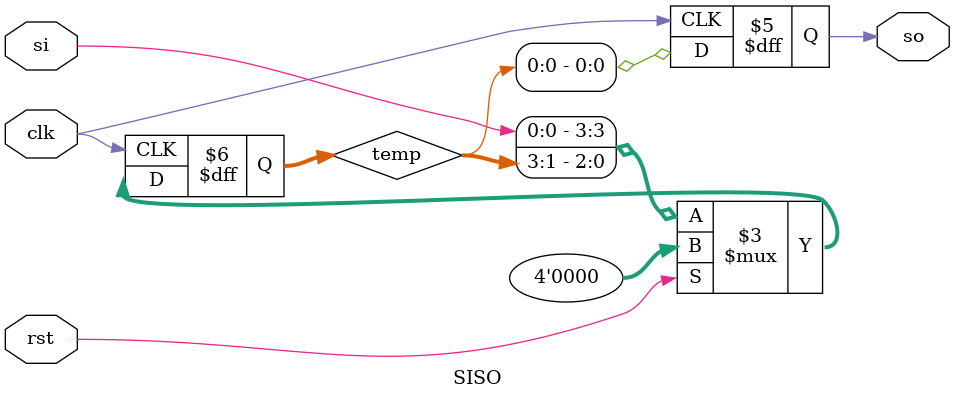
<source format=v>
module SISO(clk,rst,si,so);
input clk,rst,si;
output reg so;
reg [3:0] temp;
always@(posedge clk)
begin
if(rst)
temp<=4'b0000;
else
temp<={si,temp[3:1]};
so<=temp[0];
end

endmodule

</source>
